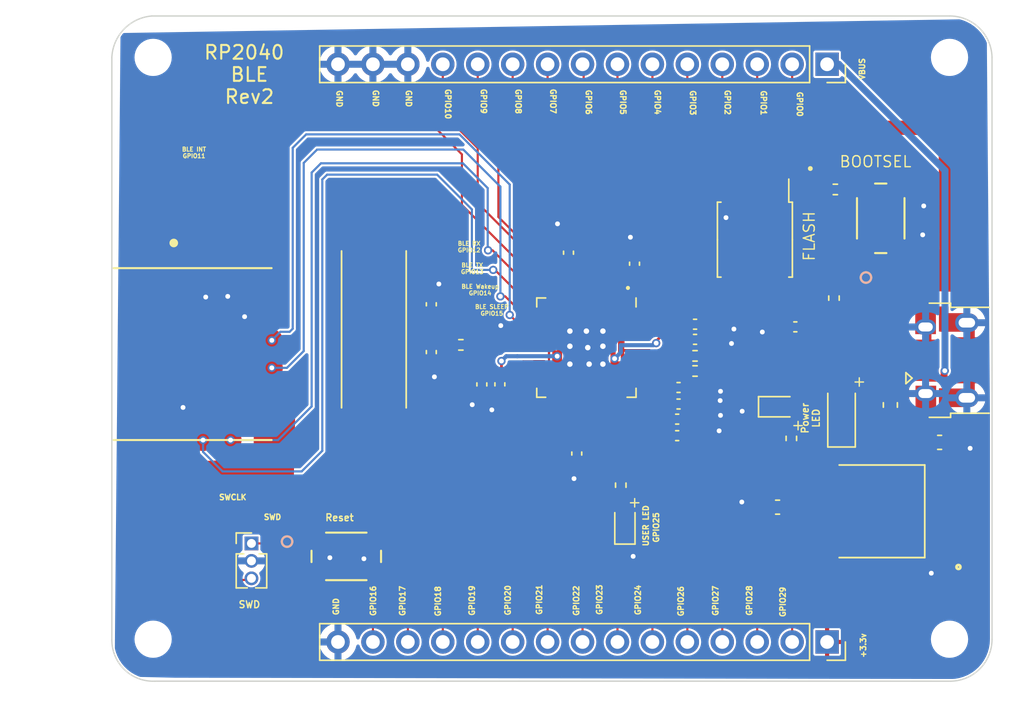
<source format=kicad_pcb>
(kicad_pcb (version 20211014) (generator pcbnew)
  (title_block (title "RP2040 BLE") (date "2022-09-08") (rev "v2") (comment 2 "https://creativecommons.org/licenses/by/4.0/") (comment 3 "License: CC BY 4.0") (comment 4 "Author: Kartik Malik"))
  (layers (0 "F.Cu" signal) (31 "B.Cu" power) (34 "B.Paste" user) (35 "F.Paste" user) (36 "B.SilkS" user "B.Silkscreen") (37 "F.SilkS" user "F.Silkscreen") (38 "B.Mask" user) (39 "F.Mask" user) (44 "Edge.Cuts" user))
  (net 0 "")
  (net 1 "+3.3V")
  (net 2 "GND")
  (net 3 "+1V1")
  (net 4 "/XIN")
  (net 5 "Net-(C13-Pad1)")
  (net 6 "Net-(C15-Pad1)")
  (net 7 "Net-(D1-Pad2)")
  (net 8 "Net-(D2-Pad2)")
  (net 9 "VBUS")
  (net 10 "/GPIO5")
  (net 11 "/GPIO6")
  (net 12 "/GPIO7")
  (net 13 "/GPIO8")
  (net 14 "/GPIO9")
  (net 15 "/GPIO10")
  (net 16 "/GPIO0")
  (net 17 "/GPIO1")
  (net 18 "/GPIO2")
  (net 19 "/GPIO3")
  (net 20 "/GPIO17")
  (net 21 "/GPIO18")
  (net 22 "/GPIO19")
  (net 23 "/GPIO20")
  (net 24 "/GPIO21")
  (net 25 "/GPIO22")
  (net 26 "/GPIO23")
  (net 27 "/GPIO24")
  (net 28 "/GPIO26")
  (net 29 "/GPIO27")
  (net 30 "/GPIO28")
  (net 31 "/GPIO29")
  (net 32 "/USB_D-")
  (net 33 "/USB_D+")
  (net 35 "/SWCLK")
  (net 36 "/SWD")
  (net 37 "/USB_CONN_D+")
  (net 38 "/USB_CONN_D-")
  (net 39 "/XOUT")
  (net 40 "/GPIO25")
  (net 41 "/QSPI_SS")
  (net 42 "/USB_BOOT")
  (net 43 "/RUN")
  (net 44 "/BLE_RX")
  (net 45 "/BLE_TX")
  (net 46 "/BLE_WAKEUP")
  (net 47 "/BLE_POWER_DOWN")
  (net 48 "/BLE_INT")
  (net 49 "/GPIO4")
  (net 50 "/QSPI_SD3")
  (net 51 "/QSPI_SCLK")
  (net 52 "/QSPI_SD0")
  (net 53 "/QSPI_SD2")
  (net 54 "/QSPI_SD1")
  (net 56 "/GPIO16")
  (net 57 "Net-(D3-Pad2)")
  (footprint "Capacitor_SMD:C_0402_1005Metric" (layer "F.Cu") (at 131.1 94.3)
    (fp_text reference "C2")
    (fp_text value "100n")
  )
  (footprint "Capacitor_SMD:C_0402_1005Metric" (layer "F.Cu") (at 132.4 87.4)
    (fp_text reference "C12")
    (fp_text value "100n")
  )
  (footprint "LED_SMD:LED_0603_1608Metric" (layer "F.Cu") (at 138.5 93.4)
    (fp_text reference "D2")
    (fp_text value "GREEN")
  )
  (footprint "Resistor_SMD:R_0402_1005Metric" (layer "F.Cu") (at 139.4 95.7 90)
    (fp_text reference "R7")
    (fp_text value "1k")
  )
  (footprint "Package_SO:SOIC-8_5.23x5.23mm_P1.27mm" (layer "F.Cu") (at 136.75 81.25 -90)
    (fp_text reference "U2")
    (fp_text value "W25Q128JVS")
  )
  (footprint "Package_DFN_QFN:QFN-56-1EP_7x7mm_P0.4mm_EP3.2x3.2mm" (layer "F.Cu") (at 124.5 89.1 -90)
    (fp_text reference "U1")
    (fp_text value "RP2040")
  )
  (footprint "MountingHole:MountingHole_2.2mm_M2" (layer "F.Cu") (at 93 110.3)
    (fp_text reference "H4")
    (fp_text value "MountingHole")
  )
  (footprint "MountingHole:MountingHole_2.2mm_M2" (layer "F.Cu") (at 93 68)
    (fp_text reference "H3")
    (fp_text value "MountingHole")
  )
  (footprint "Capacitor_SMD:C_0402_1005Metric" (layer "F.Cu") (at 132.4 88.5)
    (fp_text reference "C9")
    (fp_text value "100n")
  )
  (footprint "Connector_PinHeader_1.27mm:PinHeader_1x03_P1.27mm_Vertical" (layer "F.Cu") (at 100.15 103.335)
    (fp_text reference "J4")
    (fp_text value "Conn_01x03")
  )
  (footprint "Capacitor_SMD:C_0402_1005Metric" (layer "F.Cu") (at 118.21 91.77 -90)
    (fp_text reference "C11")
    (fp_text value "100n")
  )
  (footprint "Connector_PinSocket_2.54mm:PinSocket_1x15_P2.54mm_Vertical" (layer "F.Cu") (at 142 68.5 -90)
    (fp_text reference "J1")
    (fp_text value "Conn_01x15")
  )
  (footprint "MountingHole:MountingHole_2.2mm_M2" (layer "F.Cu") (at 150.9 68)
    (fp_text reference "H1")
    (fp_text value "MountingHole")
  )
  (footprint "Connector_PinSocket_2.54mm:PinSocket_1x15_P2.54mm_Vertical" (layer "F.Cu") (at 142 110.5 -90)
    (fp_text reference "J2")
    (fp_text value "Conn_01x15")
  )
  (footprint "Diode_SMD:D_SOD-123" (layer "F.Cu") (at 143.05 94.075 90)
    (fp_text reference "D3")
    (fp_text value "B5819W")
  )
  (footprint "PTS810:PTS810 SJK 250 SMTR LFS" (layer "F.Cu") (at 145.9 79.7 90)
    (fp_text reference "SW1")
    (fp_text value "PTS810_SJK_250_SMTR_LFS")
  )
  (footprint "Capacitor_SMD:C_0402_1005Metric" (layer "F.Cu") (at 123.2 82.2 90)
    (fp_text reference "C3")
    (fp_text value "100n")
  )
  (footprint "Fuse:Fuse_0603_1608Metric" (layer "F.Cu") (at 146.6 93.27 90)
    (fp_text reference "F1")
    (fp_text value "100mA")
  )
  (footprint "Capacitor_SMD:C_0402_1005Metric" (layer "F.Cu") (at 113.225 89.425 -90)
    (fp_text reference "C13")
    (fp_text value "27p")
  )
  (footprint "Connector_USB:USB_Micro-B_Amphenol_10103594-0001LF_Horizontal" (layer "F.Cu") (at 151.045 89.995 90)
    (fp_text reference "J3")
    (fp_text value "USB_B_Micro")
  )
  (footprint "Custom:MODULE_HM-BT4502" (layer "F.Cu") (at 93.13 89.5706 -90)
    (fp_text reference "U3")
    (fp_text value "HM-BT4502")
  )
  (footprint "Resistor_SMD:R_0402_1005Metric" (layer "F.Cu") (at 142.5 85.5 90)
    (fp_text reference "R8")
    (fp_text value "DNF")
  )
  (footprint "Capacitor_SMD:C_0402_1005Metric" (layer "F.Cu") (at 116.9 91.775 -90)
    (fp_text reference "C4")
    (fp_text value "100n")
  )
  (footprint "LED_SMD:LED_0603_1608Metric" (layer "F.Cu") (at 127.3 101.9 90)
    (fp_text reference "D1")
    (fp_text value "BLUE")
  )
  (footprint "Resistor_SMD:R_0402_1005Metric" (layer "F.Cu") (at 142.6 77.6)
    (fp_text reference "R6")
    (fp_text value "1k")
  )
  (footprint "Capacitor_SMD:C_0402_1005Metric" (layer "F.Cu") (at 123.8 96.8 -90)
    (fp_text reference "C6")
    (fp_text value "100n")
  )
  (footprint "Capacitor_SMD:C_0603_1608Metric" (layer "F.Cu") (at 138.4 100.7 180)
    (fp_text reference "C16")
    (fp_text value "10u")
  )
  (footprint "Resistor_SMD:R_0402_1005Metric" (layer "F.Cu") (at 132.4 90.8 180)
    (fp_text reference "R2")
    (fp_text value "27.4")
  )
  (footprint "ABLS-12:XTAL_ABLS-12.000MHZ-B4-T" (layer "F.Cu") (at 109.05 87.775 -90)
    (fp_text reference "Y1")
    (fp_text value "ABLS-12.000MHZ-B4-T")
  )
  (footprint "Capacitor_SMD:C_0402_1005Metric" (layer "F.Cu") (at 128 83 90)
    (fp_text reference "C1")
    (fp_text value "100n")
  )
  (footprint "Resistor_SMD:R_0402_1005Metric" (layer "F.Cu") (at 127 99.1 -90)
    (fp_text reference "R5")
    (fp_text value "1k")
  )
  (footprint "Capacitor_SMD:C_0402_1005Metric" (layer "F.Cu") (at 131.2 92)
    (fp_text reference "C8")
    (fp_text value "1u")
  )
  (footprint "Capacitor_SMD:C_0402_1005Metric" (layer "F.Cu") (at 139.69 87.59 180)
    (fp_text reference "C14")
    (fp_text value "100n")
  )
  (footprint "Resistor_SMD:R_0402_1005Metric" (layer "F.Cu") (at 115.375 88.9 180)
    (fp_text reference "R4")
    (fp_text value "1k")
  )
  (footprint "Capacitor_SMD:C_0402_1005Metric" (layer "F.Cu") (at 113.225 85.95 90)
    (fp_text reference "C10")
    (fp_text value "27p")
  )
  (footprint "Resistor_SMD:R_0402_1005Metric" (layer "F.Cu") (at 132.4 89.7 180)
    (fp_text reference "R1")
    (fp_text value "27.4")
  )
  (footprint "NCP1117DT33G:VREG_NCP1117DT33G" (layer "F.Cu") (at 147.6 101 90)
    (fp_text reference "U4")
    (fp_text value "NCP1117DT33G")
  )
  (footprint "Capacitor_SMD:C_0402_1005Metric" (layer "F.Cu") (at 131.2 93.2)
    (fp_text reference "C5")
    (fp_text value "1u")
  )
  (footprint "Capacitor_SMD:C_0603_1608Metric" (layer "F.Cu") (at 150.18 95.99)
    (fp_text reference "C15")
    (fp_text value "10u")
  )
  (footprint "MountingHole:MountingHole_2.2mm_M2" (layer "F.Cu") (at 150.9 110.3)
    (fp_text reference "H2")
    (fp_text value "MountingHole")
  )
  (footprint "Capacitor_SMD:C_0402_1005Metric" (layer "F.Cu") (at 131.1 95.5)
    (fp_text reference "C7")
    (fp_text value "100n")
  )
  (footprint "PTS810:PTS810 SJK 250 SMTR LFS" (layer "F.Cu") (at 107.0433 104.2784)
    (fp_text reference "SW2")
    (fp_text value "PTS810_SJK_250_SMTR_LFS")
  )
  (gr_circle (center 127.52 84.76) (end 127.52 84.76) (layer "F.SilkS") (width 0.15) (fill none))
  (gr_circle (center 140.78 76.08) (end 140.88 76.08) (layer "F.SilkS") (width 0.15) (fill solid))
  (gr_arc (start 93.12 113.35) (mid 90.911702 112.509764) (end 90 110.33) (layer "Edge.Cuts") (width 0.1))
  (gr_arc (start 150.91 64.99) (mid 153.062628 65.861035) (end 153.99 67.99) (layer "Edge.Cuts") (width 0.1))
  (gr_line (start 90 68) (end 90 110.33) (layer "Edge.Cuts") (width 0.1))
  (gr_line (start 93.12 113.35) (end 150.99 113.35) (layer "Edge.Cuts") (width 0.1))
  (gr_arc (start 90 68) (mid 90.882469 65.94821) (end 92.9 64.99) (layer "Edge.Cuts") (width 0.1))
  (gr_arc (start 153.99 110.31) (mid 153.113709 112.445469) (end 150.99 113.35) (layer "Edge.Cuts") (width 0.1))
  (gr_line (start 153.99 67.99) (end 153.99 110.31) (layer "Edge.Cuts") (width 0.1))
  (gr_line (start 92.9 64.99) (end 150.91 64.99) (layer "Edge.Cuts") (width 0.1))
  (gr_text "GPIO22" (at 123.77 107.5 90) (layer "F.SilkS") (effects (font (size 0.4 0.4) (thickness 0.1))))
  (gr_text "BLE Wakeup\nGPIO14" (at 116.775 84.9) (layer "F.SilkS") (effects (font (size 0.3 0.3) (thickness 0.07))))
  (gr_text "GPIO4" (at 129.67 71.26 270) (layer "F.SilkS") (effects (font (size 0.4 0.4) (thickness 0.1))))
  (gr_text "USER LED" (at 128.825 102.05 90) (layer "F.SilkS") (effects (font (size 0.4 0.4) (thickness 0.1))))
  (gr_text "GPIO1" (at 137.38 71.31 270) (layer "F.SilkS") (effects (font (size 0.4 0.4) (thickness 0.1))))
  (gr_text "GND" (at 109.18 70.98 270) (layer "F.SilkS") (effects (font (size 0.4 0.4) (thickness 0.1))))
  (gr_text "GPIO24" (at 128.25 107.45 90) (layer "F.SilkS") (effects (font (size 0.4 0.4) (thickness 0.1))))
  (gr_text "GND" (at 106.3 107.93 90) (layer "F.SilkS") (effects (font (size 0.4 0.4) (thickness 0.1))))
  (gr_text "GPIO6" (at 124.66 71.26 270) (layer "F.SilkS") (effects (font (size 0.4 0.4) (thickness 0.1))))
  (gr_text "GPIO9" (at 117.03 71.19 270) (layer "F.SilkS") (effects (font (size 0.4 0.4) (thickness 0.1))))
  (gr_text "Reset" (at 106.55 101.46) (layer "F.SilkS") (effects (font (size 0.5 0.5) (thickness 0.1))))
  (gr_text "Power\nLED" (at 140.8 94.23 90) (layer "F.SilkS") (effects (font (size 0.5 0.5) (thickness 0.1))))
  (gr_text "GPIO20" (at 118.79 107.47 90) (layer "F.SilkS") (effects (font (size 0.4 0.4) (thickness 0.1))))
  (gr_text "GPIO27" (at 133.89 107.5 90) (layer "F.SilkS") (effects (font (size 0.4 0.4) (thickness 0.1))))
  (gr_text "+3.3v" (at 144.63 110.76 90) (layer "F.SilkS") (effects (font (size 0.4 0.4) (thickness 0.1))))
  (gr_text "GPIO10" (at 114.44 71.39 270) (layer "F.SilkS") (effects (font (size 0.4 0.4) (thickness 0.1))))
  (gr_text "BLE SLEEP\nGPIO15" (at 117.625 86.375) (layer "F.SilkS") (effects (font (size 0.3 0.3) (thickness 0.07))))
  (gr_text "SWD" (at 101.68 101.42) (layer "F.SilkS") (effects (font (size 0.4 0.4) (thickness 0.1))))
  (gr_text "GPIO28" (at 136.35 107.49 90) (layer "F.SilkS") (effects (font (size 0.4 0.4) (thickness 0.1))))
  (gr_text "GND" (at 111.58 70.99 270) (layer "F.SilkS") (effects (font (size 0.4 0.4) (thickness 0.1))))
  (gr_text "GPIO19" (at 116.18 107.49 90) (layer "F.SilkS") (effects (font (size 0.4 0.4) (thickness 0.1))))
  (gr_text "GPIO2" (at 134.76 71.27 270) (layer "F.SilkS") (effects (font (size 0.4 0.4) (thickness 0.1))))
  (gr_text "BLE INT\nGPIO11" (at 95.975 74.925) (layer "F.SilkS") (effects (font (size 0.3 0.3) (thickness 0.075))))
  (gr_text "GPIO17" (at 111.13 107.51 90) (layer "F.SilkS") (effects (font (size 0.4 0.4) (thickness 0.1))))
  (gr_text "BLE TX\nGPIO13" (at 116.2 83.35) (layer "F.SilkS") (effects (font (size 0.3 0.3) (thickness 0.07))))
  (gr_text "+" (at 128.01 100.32) (layer "F.SilkS") (effects (font (size 0.8 0.8) (thickness 0.1))))
  (gr_text "SWD" (at 100 107.78) (layer "F.SilkS") (effects (font (size 0.5 0.5) (thickness 0.1))))
  (gr_text "GPIO21" (at 121.075 107.425 90) (layer "F.SilkS") (effects (font (size 0.4 0.4) (thickness 0.1))))
  (gr_text "GPIO25" (at 129.575 102.175 90) (layer "F.SilkS") (effects (font (size 0.4 0.4) (thickness 0.1))))
  (gr_text "GPIO23" (at 125.45 107.43 90) (layer "F.SilkS") (effects (font (size 0.4 0.4) (thickness 0.1))))
  (gr_text "GPIO8" (at 119.55 71.2 270) (layer "F.SilkS") (effects (font (size 0.4 0.4) (thickness 0.1))))
  (gr_text "GPIO18" (at 113.71 107.54 90) (layer "F.SilkS") (effects (font (size 0.4 0.4) (thickness 0.1))))
  (gr_text "GPIO3" (at 132.24 71.3 270) (layer "F.SilkS") (effects (font (size 0.4 0.4) (thickness 0.1))))
  (gr_text "+" (at 139.89 94.71) (layer "F.SilkS") (effects (font (size 0.8 0.8) (thickness 0.1))))
  (gr_text "BOOTSEL" (at 145.52 75.58) (layer "F.SilkS") (effects (font (size 0.8 0.8) (thickness 0.1))))
  (gr_text "RP2040 \nBLE\nRev2" (at 100 69.25) (layer "F.SilkS") (effects (font (size 1 1))))
  (gr_text "GND" (at 106.54 71.01 270) (layer "F.SilkS") (effects (font (size 0.4 0.4) (thickness 0.1))))
  (gr_text "GPIO16" (at 109 107.51 90) (layer "F.SilkS") (effects (font (size 0.4 0.4) (thickness 0.1))))
  (gr_text "GPIO26" (at 131.37 107.54 90) (layer "F.SilkS") (effects (font (size 0.4 0.4) (thickness 0.1))))
  (gr_text "GPIO29" (at 138.78 107.59 90) (layer "F.SilkS") (effects (font (size 0.4 0.4) (thickness 0.1))))
  (gr_text "+" (at 144.34 91.54) (layer "F.SilkS") (effects (font (size 0.8 0.8) (thickness 0.1))))
  (gr_text "SWCLK\n" (at 98.79 99.98) (layer "F.SilkS") (effects (font (size 0.4 0.4) (thickness 0.1))))
  (gr_text "FLASH" (at 140.7 81 90) (layer "F.SilkS") (effects (font (size 0.8 0.8) (thickness 0.1))))
  (gr_text "VBUS" (at 144.55 68.84 90) (layer "F.SilkS") (effects (font (size 0.4 0.4) (thickness 0.1))))
  (gr_text "GPIO5" (at 127.16 71.26 270) (layer "F.SilkS") (effects (font (size 0.4 0.4) (thickness 0.1))))
  (gr_text "BLE RX\nGPIO12" (at 115.975 81.775) (layer "F.SilkS") (effects (font (size 0.3 0.3) (thickness 0.07))))
  (gr_text "GPIO0\n" (at 140.01 71.4 270) (layer "F.SilkS") (effects (font (size 0.4 0.4) (thickness 0.1))))
  (gr_text "GPIO7" (at 122.08 71.19 270) (layer "F.SilkS") (effects (font (size 0.4 0.4) (thickness 0.1))))
  (segment (start 127.9375 91.3) (end 128.7 91.3) (width 0.2) (layer "F.Cu") (net 1))
  (segment (start 127.3 91.7) (end 127.07 91.7) (width 0.2) (layer "F.Cu") (net 1))
  (segment (start 123.5 92.5375) (end 123.5 91.75) (width 0.2) (layer "F.Cu") (net 1))
  (segment (start 129.075 89.3) (end 129.3 89.525) (width 0.2) (layer "F.Cu") (net 1))
  (segment (start 127.9375 89.3) (end 129.075 89.3) (width 0.2) (layer "F.Cu") (net 1))
  (segment (start 127.1 92.5375) (end 127.5375 92.5375) (width 0.2) (layer "F.Cu") (net 1))
  (segment (start 129.3 89.525) (end 129.3 89.7) (width 0.2) (layer "F.Cu") (net 1))
  (segment (start 128.1 93.1) (end 128.1 94.22) (width 0.2) (layer "F.Cu") (net 1))
  (segment (start 121.825 89.15) (end 121.825 89.075) (width 0.2) (layer "F.Cu") (net 1))
  (segment (start 127.08 89.3) (end 127.02 89.24) (width 0.2) (layer "F.Cu") (net 1))
  (segment (start 121.675 89.3) (end 121.825 89.15) (width 0.2) (layer "F.Cu") (net 1))
  (segment (start 127.5375 92.5375) (end 128.1 93.1) (width 0.2) (layer "F.Cu") (net 1))
  (segment (start 123.5 91.75) (end 123.325 91.575) (width 0.2) (layer "F.Cu") (net 1))
  (segment (start 127.9375 91.3) (end 126.91 91.3) (width 0.2) (layer "F.Cu") (net 1))
  (segment (start 130.54 94.22) (end 130.62 94.3) (width 0.2) (layer "F.Cu") (net 1))
  (segment (start 128.72 94.22) (end 130 95.5) (width 0.2) (layer "F.Cu") (net 1))
  (segment (start 127.51 83.48) (end 128 83.48) (width 0.2) (layer "F.Cu") (net 1))
  (segment (start 129.5 93.5) (end 129.5 94.22) (width 0.2) (layer "F.Cu") (net 1))
  (segment (start 123.5 85.6625) (end 123.5 82.98) (width 0.2) (layer "F.Cu") (net 1))
  (segment (start 126.91 91.3) (end 126.75 91.46) (width 0.2) (layer "F.Cu") (net 1))
  (segment (start 127.9375 91.9375) (end 129.5 93.5) (width 0.2) (layer "F.Cu") (net 1))
  (segment (start 127.9375 89.3) (end 127.15 89.3) (width 0.2) (layer "F.Cu") (net 1))
  (segment (start 123.5 82.98) (end 123.2 82.68) (width 0.2) (layer "F.Cu") (net 1))
  (segment (start 128.1 94.22) (end 128.72 94.22) (width 0.2) (layer "F.Cu") (net 1))
  (segment (start 121.0625 89.3) (end 117.6 89.3) (width 0.2) (layer "F.Cu") (net 1))
  (segment (start 123.5 96.02) (end 123.8 96.32) (width 0.2) (layer "F.Cu") (net 1))
  (segment (start 127.1 85.6625) (end 127.1 86.5) (width 0.2) (layer "F.Cu") (net 1))
  (segment (start 129.3 89.7) (end 129.825 89.7) (width 0.2) (layer "F.Cu") (net 1))
  (segment (start 127.9375 91.7) (end 127.3 91.7) (width 0.2) (layer "F.Cu") (net 1))
  (segment (start 127.9375 89.7) (end 127.225 89.7) (width 0.2) (layer "F.Cu") (net 1))
  (segment (start 127.15 89.3) (end 127.08 89.3) (width 0.2) (layer "F.Cu") (net 1))
  (segment (start 127.1 83.89) (end 127.51 83.48) (width 0.2) (layer "F.Cu") (net 1))
  (segment (start 128.7 91.3) (end 130.6 93.2) (width 0.2) (layer "F.Cu") (net 1))
  (segment (start 130.6 93.2) (end 130.72 93.2) (width 0.2) (layer "F.Cu") (net 1))
  (segment (start 116.9 90) (end 116.9 91.295) (width 0.2) (layer "F.Cu") (net 1))
  (segment (start 123.5 85.6625) (end 123.5 86.5) (width 0.2) (layer "F.Cu") (net 1))
  (segment (start 131.025 88.5) (end 131.92 88.5) (width 0.2) (layer "F.Cu") (net 1))
  (segment (start 129.5 94.22) (end 130.54 94.22) (width 0.2) (layer "F.Cu") (net 1))
  (segment (start 127.9375 91.7) (end 127.9375 91.9375) (width 0.2) (layer "F.Cu") (net 1))
  (segment (start 123.5 92.5375) (end 123.5 96.02) (width 0.2) (layer "F.Cu") (net 1))
  (segment (start 130 95.5) (end 130.62 95.5) (width 0.2) (layer "F.Cu") (net 1))
  (segment (start 129.825 89.7) (end 131.025 88.5) (width 0.2) (layer "F.Cu") (net 1))
  (segment (start 121.0625 89.3) (end 121.675 89.3) (width 0.2) (layer "F.Cu") (net 1))
  (segment (start 127.07 91.7) (end 127.06 91.71) (width 0.2) (layer "F.Cu") (net 1))
  (segment (start 127.1 85.6625) (end 127.1 83.89) (width 0.2) (layer "F.Cu") (net 1))
  (segment (start 117.6 89.3) (end 116.9 90) (width 0.2) (layer "F.Cu") (net 1))
  (segment (start 127.9375 89.7) (end 129.3 89.7) (width 0.2) (layer "F.Cu") (net 1))
  (segment (start 127.225 89.7) (end 127.15 89.625) (width 0.2) (layer "F.Cu") (net 1))
  (segment (start 98.63 83.3206) (end 98.63 84.47) (width 0.5) (layer "F.Cu") (net 2))
  (segment (start 148.45 77.675) (end 149.025 78.25) (width 0.5) (layer "F.Cu") (net 2))
  (segment (start 123.2 81.72) (end 123.2 80.9) (width 0.5) (layer "F.Cu") (net 2))
  (segment (start 127.3 103.4) (end 127.3 103.675) (width 0.5) (layer "F.Cu") (net 2))
  (segment (start 134.845 77.65) (end 134.845 79.455) (width 0.5) (layer "F.Cu") (net 2))
  (segment (start 116.9 92.55) (end 116.2 93.25) (width 0.5) (layer "F.Cu") (net 2))
  (segment (start 118.875 88.1) (end 121.0625 88.1) (width 0.2) (layer "F.Cu") (net 2))
  (segment (start 109.1183 105.353399) (end 109.1183 104.6433) (width 0.5) (layer "F.Cu") (net 2))
  (segment (start 137.54 87.715) (end 137.29 87.965) (width 0.5) (layer "F.Cu") (net 2))
  (segment (start 134.15 95.15) (end 133.8 95.5) (width 0.5) (layer "F.Cu") (net 2))
  (segment (start 94.63 93.92) (end 95.1 93.45) (width 0.5) (layer "F.Cu") (net 2))
  (segment (start 118.2 93.05) (end 117.625 93.625) (width 0.5) (layer "F.Cu") (net 2))
  (segment (start 104.9683 105.353399) (end 104.9683 104.6817) (width 0.5) (layer "F.Cu") (net 2))
  (segment (start 127.3 102.6875) (end 127.3 103.4) (width 0.5) (layer "F.Cu") (net 2))
  (segment (start 136.15 93.4) (end 137.7125 93.4) (width 0.5) (layer "F.Cu") (net 2))
  (segment (start 134.875 87.4) (end 135.225 87.75) (width 0.5) (layer "F.Cu") (net 2))
  (segment (start 98.63 85.17) (end 98.425 85.375) (width 0.5) (layer "F.Cu") (net 2))
  (segment (start 134.3 87.4) (end 134.875 87.4) (width 0.5) (layer "F.Cu") (net 2))
  (segment (start 132.88 87.4) (end 134.3 87.4) (width 0.5) (layer "F.Cu") (net 2))
  (segment (start 136.5 100.7) (end 136.175 100.7) (width 0.5) (layer "F.Cu") (net 2))
  (segment (start 133.8 95.5) (end 131.58 95.5) (width 0.5) (layer "F.Cu") (net 2))
  (segment (start 95.1 93.45) (end 95.175 93.45) (width 0.5) (layer "F.Cu") (net 2))
  (segment (start 151.68 104.098) (end 150.278 105.5) (width 0.5) (layer "F.Cu") (net 2))
  (segment (start 134.225 92.95) (end 133.975 93.2) (width 0.5) (layer "F.Cu") (net 2))
  (segment (start 96.63 85.23) (end 96.63 83.3206) (width 0.5) (layer "F.Cu") (net 2))
  (segment (start 134.2 88.5) (end 134.75 88.5) (width 0.5) (layer "F.Cu") (net 2))
  (segment (start 152.485 87.565) (end 152.215 87.295) (width 0.5) (layer "F.Cu") (net 2))
  (segment (start 134.25 94.025) (end 133.975 94.3) (width 0.5) (layer "F.Cu") (net 2))
  (segment (start 133.975 93.2) (end 131.68 93.2) (width 0.5) (layer "F.Cu") (net 2))
  (segment (start 113.225 85.025) (end 113.775 84.475) (width 0.5) (layer "F.Cu") (net 2))
  (segment (start 104.9683 104.6817) (end 105.225 104.425) (width 0.5) (layer "F.Cu") (net 2))
  (segment (start 118.275 87.5) (end 118.875 88.1) (width 0.2) (layer "F.Cu") (net 2))
  (segment (start 150.278 105.5) (end 149.575 105.5) (width 0.5) (layer "F.Cu") (net 2))
  (segment (start 128 81.375) (end 127.7 81.075) (width 0.5) (layer "F.Cu") (net 2))
  (segment (start 148.95 80.9) (end 148.95 81.3) (width 0.5) (layer "F.Cu") (net 2))
  (segment (start 134.25 92.275) (end 133.975 92) (width 0.5) (layer "F.Cu") (net 2))
  (segment (start 123.8 98.1) (end 123.8 98.425) (width 0.5) (layer "F.Cu") (net 2))
  (segment (start 151.97 95.99) (end 152.4 96.42) (width 0.5) (layer "F.Cu") (net 2))
  (segment (start 123.2 80.9) (end 123.2 80.575) (width 0.5) (layer "F.Cu") (net 2))
  (segment (start 146.974999 77.625) (end 148.4 77.625) (width 0.5) (layer "F.Cu") (net 2))
  (segment (start 116.9 92.255) (end 116.9 92.55) (width 0.5) (layer "F.Cu") (net 2))
  (segment (start 105.225 104.425) (end 105.275 104.375) (width 0.5) (layer "F.Cu") (net 2))
  (segment (start 128 82.52) (end 128 81.5) (width 0.5) (layer "F.Cu") (net 2))
  (segment (start 123.8 97.28) (end 123.8 98.1) (width 0.5) (layer "F.Cu") (net 2))
  (segment (start 127.3 103.675) (end 127.9 104.275) (width 0.5) (layer "F.Cu") (net 2))
  (segment (start 151.68 103.285) (end 151.68 104.098) (width 0.5) (layer "F.Cu") (net 2))
  (segment (start 152.485 92.485) (end 152.215 92.755) (width 0.5) (layer "F.Cu") (net 2))
  (segment (start 148.475 81.775) (end 146.974999 81.775) (width 0.5) (layer "F.Cu") (net 2))
  (segment (start 152.485 90.985) (end 152.485 92.485) (width 0.5) (layer "F.Cu") (net 2))
  (segment (start 96.825 85.425) (end 96.63 85.23) (width 0.5) (layer "F.Cu") (net 2))
  (segment (start 133.975 92) (end 131.68 92) (width 0.5) (layer "F.Cu") (net 2))
  (segment (start 118.2 92.26) (end 118.2 93.05) (width 0.5) (layer "F.Cu") (net 2))
  (segment (start 99.9294 86.5706) (end 101.63 86.5706) (width 0.5) (layer "F.Cu") (net 2))
  (segment (start 149.335 88.725) (end 149.335 87.725) (width 0.5) (layer "F.Cu") (net 2))
  (segment (start 134.845 79.455) (end 134.65 79.65) (width 0.5) (layer "F.Cu") (net 2))
  (segment (start 152.485 89.065) (end 152.485 87.565) (width 0.5) (layer "F.Cu") (net 2))
  (segment (start 123.1 88.1) (end 123.3 87.9) (width 0.2) (layer "F.Cu") (net 2))
  (segment (start 137.625 100.7) (end 136.5 100.7) (width 0.5) (layer "F.Cu") (net 2))
  (segment (start 99.65 86.85) (end 99.9294 86.5706) (width 0.5) (layer "F.Cu") (net 2))
  (segment (start 109.1183 104.6433) (end 108.925 104.45) (width 0.5) (layer "F.Cu") (net 2))
  (segment (start 128 81.5) (end 128 81.375) (width 0.5) (layer "F.Cu") (net 2))
  (segment (start 136.175 100.7) (end 135.8 100.325) (width 0.5) (layer "F.Cu") (net 2))
  (segment (start 122.725 80.1) (end 122.4 80.1) (width 0.5) (layer "F.Cu") (net 2))
  (segment (start 149.335 87.725) (end 149.215 87.605) (width 0.5) (layer "F.Cu") (net 2))
  (segment (start 150.955 95.99) (end 151.97 95.99) (width 0.5) (layer "F.Cu") (net 2))
  (segment (start 113.225 85.47) (end 113.225 85.025) (width 0.5) (layer "F.Cu") (net 2))
  (segment (start 148.95 81.3) (end 148.475 81.775) (width 0.5) (layer "F.Cu") (net 2))
  (segment (start 137.665 87.59) (end 137.54 87.715) (width 0.5) (layer "F.Cu") (net 2))
  (segment (start 132.88 88.5) (end 134.2 88.5) (width 0.5) (layer "F.Cu") (net 2))
  (segment (start 135.825 93.725) (end 136.15 93.4) (width 0.5) (layer "F.Cu") (net 2))
  (segment (start 105.275 104.375) (end 105.85 104.375) (width 0.5) (layer "F.Cu") (net 2))
  (segment (start 149.025 78.25) (end 149.025 78.8) (width 0.5) (layer "F.Cu") (net 2))
  (segment (start 138.19 87.59) (end 137.665 87.59) (width 0.5) (layer "F.Cu") (net 2))
  (segment (start 123.2 80.575) (end 122.725 80.1) (width 0.5) (layer "F.Cu") (net 2))
  (segment (start 134.75 88.5) (end 135.05 88.8) (width 0.5) (layer "F.Cu") (net 2))
  (segment (start 94.63 95.8206) (end 94.63 93.92) (width 0.5) (layer "F.Cu") (net 2))
  (segment (start 113.225 91) (end 113.45 91.225) (width 0.5) (layer "F.Cu") (net 2))
  (segment (start 139.21 87.59) (end 138.19 87.59) (width 0.5) (layer "F.Cu") (net 2))
  (segment (start 108.925 104.45) (end 108.325 104.45) (width 0.5) (layer "F.Cu") (net 2))
  (segment (start 123.8 98.425) (end 123.6 98.625) (width 0.5) (layer "F.Cu") (net 2))
  (segment (start 98.63 84.47) (end 98.63 85.17) (width 0.5) (layer "F.Cu") (net 2))
  (segment (start 113.225 89.905) (end 113.225 91) (width 0.5) (layer "F.Cu") (net 2))
  (segment (start 148.4 77.625) (end 148.45 77.675) (width 0.5) (layer "F.Cu") (net 2))
  (segment (start 133.975 94.3) (end 131.58 94.3) (width 0.5) (layer "F.Cu") (net 2))
  (via (at 149.025 78.8) (size 0.6) (drill 0.35) (layers "F.Cu" "B.Cu") (net 2))
  (via (at 105.85 104.375) (size 0.6) (drill 0.35) (layers "F.Cu" "B.Cu") (net 2))
  (via (at 125.7 87.9) (size 0.8) (drill 0.4) (layers "F.Cu" "B.Cu") (net 2))
  (via (at 122.4 80.1) (size 0.6) (drill 0.35) (layers "F.Cu" "B.Cu") (net 2))
  (via (at 135.225 87.75) (size 0.6) (drill 0.35) (layers "F.Cu" "B.Cu") (net 2))
  (via (at 124.7 90.3) (size 0.8) (drill 0.4) (layers "F.Cu" "B.Cu") (net 2))
  (via (at 124.5 87.9) (size 0.8) (drill 0.4) (layers "F.Cu" "B.Cu") (net 2))
  (via (at 99.65 86.85) (size 0.6) (drill 0.35) (layers "F.Cu" "B.Cu") (net 2))
  (via (at 123.3 87.9) (size 0.8) (drill 0.4) (layers "F.Cu" "B.Cu") (net 2))
  (via (at 116.2 93.25) (size 0.6) (drill 0.35) (layers "F.Cu" "B.Cu") (net 2))
  (via (at 134.25 94.025) (size 0.6) (drill 0.35) (layers "F.Cu" "B.Cu") (net 2))
  (via (at 95.175 93.45) (size 0.6) (drill 0.35) (layers "F.Cu" "B.Cu") (net 2))
  (via (at 125.7 89) (size 0.8) (drill 0.4) (layers "F.Cu" "B.Cu") (net 2))
  (via (at 125.7 90.3) (size 0.8) (drill 0.4) (layers "F.Cu" "B.Cu") (net 2))
  (via (at 117.625 93.625) (size 0.6) (drill 0.35) (layers "F.Cu" "B.Cu") (net 2))
  (via (at 152.4 96.42) (size 0.6) (drill 0.35) (layers "F.Cu" "B.Cu") (net 2))
  (via (at 108.325 104.45) (size 0.6) (drill 0.35) (layers "F.Cu" "B.Cu") (net 2))
  (via (at 98.425 85.375) (size 0.6) (drill 0.35) (layers "F.Cu" "B.Cu") (net 2))
  (via (at 148.95 80.9) (size 0.6) (drill 0.35) (layers "F.Cu" "B.Cu") (net 2))
  (via (at 96.825 85.425) (size 0.6) (drill 0.35) (layers "F.Cu" "B.Cu") (net 2))
  (via (at 135.05 88.8) (size 0.6) (drill 0.35) (layers "F.Cu" "B.Cu") (net 2))
  (via (at 123.3 90.3) (size 0.8) (drill 0.4) (layers "F.Cu" "B.Cu") (net 2))
  (via (at 127.9 104.275) (size 0.6) (drill 0.35) (layers "F.Cu" "B.Cu") (net 2))
  (via (at 134.225 92.95) (size 0.6) (drill 0.35) (layers "F.Cu" "B.Cu") (net 2))
  (via (at 123.3 89) (size 0.8) (drill 0.4) (layers "F.Cu" "B.Cu") (net 2))
  (via (at 149.575 105.5) (size 0.6) (drill 0.35) (layers "F.Cu" "B.Cu") (net 2))
  (via (at 127.7 81.075) (size 0.6) (drill 0.35) (layers "F.Cu" "B.Cu") (net 2))
  (via (at 135.8 100.325) (size 0.6) (drill 0.35) (layers "F.Cu" "B.Cu") (net 2))
  (via (at 134.65 79.65) (size 0.6) (drill 0.35) (layers "F.Cu" "B.Cu") (net 2))
  (via (at 113.45 91.225) (size 0.6) (drill 0.35) (layers "F.Cu" "B.Cu") (net 2))
  (via (at 124.6 89.1) (size 0.8) (drill 0.4) (layers "F.Cu" "B.Cu") (net 2))
  (via (at 118.275 87.5) (size 0.6) (drill 0.35) (layers "F.Cu" "B.Cu") (net 2))
  (via (at 134.25 92.275) (size 0.6) (drill 0.35) (layers "F.Cu" "B.Cu") (net 2))
  (via (at 123.6 98.625) (size 0.6) (drill 0.35) (layers "F.Cu" "B.Cu") (net 2))
  (via (at 137.29 87.965) (size 0.6) (drill 0.35) (layers "F.Cu" "B.Cu") (net 2))
  (via (at 135.825 93.725) (size 0.6) (drill 0.35) (layers "F.Cu" "B.Cu") (net 2))
  (via (at 113.775 84.475) (size 0.6) (drill 0.35) (layers "F.Cu" "B.Cu") (net 2))
  (via (at 134.15 95.15) (size 0.6) (drill 0.35) (layers "F.Cu" "B.Cu") (net 2))
  (segment (start 129.447112 88.9) (end 127.9375 88.9) (width 0.2) (layer "F.Cu") (net 3))
  (segment (start 129.573556 88.773556) (end 129.447112 88.9) (width 0.2) (layer "F.Cu") (net 3))
  (segment (start 122.575 89.525) (end 122.375 89.725) (width 0.154) (layer "F.Cu") (net 3))
  (segment (start 118.325 91.175) (end 118.2 91.3) (width 0.2) (layer "F.Cu") (net 3))
  (segment (start 129.573556 88.773556) (end 129.573556 88.626444) (width 0.2) (layer "F.Cu") (net 3))
  (segment (start 130.8 87.4) (end 131.92 87.4) (width 0.2) (layer "F.Cu") (net 3))
  (segment (start 118.325 90.075) (end 118.7 89.7) (width 0.2) (layer "F.Cu") (net 3))
  (segment (start 129.573556 88.626444) (end 130.8 87.4) (width 0.2) (layer "F.Cu") (net 3))
  (segment (start 127.9375 90.9) (end 127.1 90.9) (width 0.2) (layer "F.Cu") (net 3))
  (segment (start 126.4 89.425) (end 126.4 89.750498) (width 0.2) (layer "F.Cu") (net 3))
  (segment (start 129.034314 90.9) (end 130.134314 92) (width 0.2) (layer "F.Cu") (net 3))
  (segment (start 118.7 89.7) (end 121.0625 89.7) (width 0.2) (layer "F.Cu") (net 3))
  (segment (start 127.9375 90.9) (end 129.034314 90.9) (width 0.2) (layer "F.Cu") (net 3))
  (segment (start 118.325 90.075) (end 118.325 91.175) (width 0.2) (layer "F.Cu") (net 3))
  (segment (start 122.575 89.225) (end 122.575 89.525) (width 0.154) (layer "F.Cu") (net 3))
  (segment (start 126.4 89.750498) (end 126.549502 89.9) (width 0.2) (layer "F.Cu") (net 3))
  (segment (start 130.134314 92) (end 130.72 92) (width 0.2) (layer "F.Cu") (net 3))
  (via (at 122.375 89.725) (size 0.6) (drill 0.35) (layers "F.Cu" "B.Cu") (net 3))
  (via (at 118.325 90.075) (size 0.6) (drill 0.35) (layers "F.Cu" "B.Cu") (net 3))
  (via (at 126.549502 89.9) (size 0.6) (drill 0.35) (layers "F.Cu" "B.Cu") (net 3))
  (via (at 129.573556 88.773556) (size 0.6) (drill 0.35) (layers "F.Cu" "B.Cu") (net 3))
  (segment (start 119.475 89.725) (end 118.675 89.725) (width 0.3) (layer "B.Cu") (net 3))
  (segment (start 129.553555 88.773556) (end 129.573556 88.773556) (width 0.2) (layer "B.Cu") (net 3))
  (segment (start 126.549502 89.9) (end 127 89.449502) (width 0.3) (layer "B.Cu") (net 3))
  (segment (start 122.375 89.725) (end 119.475 89.725) (width 0.3) (layer "B.Cu") (net 3))
  (segment (start 118.675 89.725) (end 118.325 90.075) (width 0.3) (layer "B.Cu") (net 3))
  (segment (start 127 89.449502) (end 127 88.925) (width 0.3) (layer "B.Cu") (net 3))
  (segment (start 129.402111 88.925) (end 129.553555 88.773556) (width 0.2) (layer "B.Cu") (net 3))
  (segment (start 127 88.925) (end 129.402111 88.925) (width 0.3) (layer "B.Cu") (net 3))
  (segment (start 115.805 86.43) (end 113.225 86.43) (width 0.154) (layer "F.Cu") (net 4))
  (segment (start 112.155 87.5) (end 109.8 87.5) (width 0.154) (layer "F.Cu") (net 4))
  (segment (start 117.875 88.5) (end 115.805 86.43) (width 0.154) (layer "F.Cu") (net 4))
  (segment (start 113.225 86.43) (end 112.155 87.5) (width 0.154) (layer "F.Cu") (net 4))
  (segment (start 109.8 87.5) (end 109.05 86.75) (width 0.154) (layer "F.Cu") (net 4))
  (segment (start 109.05 86.75) (end 109.05 83.025) (width 0.154) (layer "F.Cu") (net 4))
  (segment (start 121.0625 88.5) (end 117.875 88.5) (width 0.154) (layer "F.Cu") (net 4))
  (segment (start 112.405 88.125) (end 109.575 88.125) (width 0.154) (layer "F.Cu") (net 5))
  (segment (start 113.225 88.945) (end 112.405 88.125) (width 0.154) (layer "F.Cu") (net 5))
  (segment (start 109.05 88.65) (end 109.05 92.525) (width 0.154) (layer "F.Cu") (net 5))
  (segment (start 114.865 88.9) (end 113.27 88.9) (width 0.154) (layer "F.Cu") (net 5))
  (segment (start 113.27 88.9) (end 113.225 88.945) (width 0.154) (layer "F.Cu") (net 5))
  (segment (start 109.575 88.125) (end 109.05 88.65) (width 0.154) (layer "F.Cu") (net 5))
  (segment (start 149.405 95.99) (end 149.405 96.495) (width 0.5) (layer "F.Cu") (net 6))
  (segment (start 151.68 97.83) (end 151.68 98.715) (width 0.5) (layer "F.Cu") (net 6))
  (segment (start 143.05 95.725) (end 149.14 95.725) (width 0.5) (layer "F.Cu") (net 6))
  (segment (start 149.14 95.725) (end 149.405 95.99) (width 0.5) (layer "F.Cu") (net 6))
  (segment (start 149.405 96.495) (end 150.4 97.49) (width 0.5) (layer "F.Cu") (net 6))
  (segment (start 151.34 97.49) (end 151.68 97.83) (width 0.5) (layer "F.Cu") (net 6))
  (segment (start 150.4 97.49) (end 151.34 97.49) (width 0.5) (layer "F.Cu") (net 6))
  (segment (start 151.68 98.08) (end 151.68 98.715) (width 0.2) (layer "F.Cu") (net 6))
  (segment (start 127.3 99.91) (end 127.3 101.1125) (width 0.154) (layer "F.Cu") (net 7))
  (segment (start 127 99.61) (end 127.3 99.91) (width 0.154) (layer "F.Cu") (net 7))
  (segment (start 139.4 95.19) (end 139.4 93.5125) (width 0.2) (layer "F.Cu") (net 8))
  (segment (start 139.4 93.5125) (end 139.2875 93.4) (width 0.2) (layer "F.Cu") (net 8))
  (segment (start 150.554502 90.78) (end 150.505 90.829502) (width 0.5) (layer "F.Cu") (net 9))
  (segment (start 150.505 90.829502) (end 150.505 91.27) (width 0.5) (layer "F.Cu") (net 9))
  (segment (start 147.2175 92.4825) (end 148.375 91.325) (width 0.2) (layer "F.Cu") (net 9))
  (segment (start 150.45 91.325) (end 149.335 91.325) (width 0.5) (layer "F.Cu") (net 9))
  (segment (start 148.375 91.325) (end 149.335 91.325) (width 0.2) (layer "F.Cu") (net 9))
  (segment (start 150.505 91.27) (end 150.45 91.325) (width 0.5) (layer "F.Cu") (net 9))
  (segment (start 146.6 92.4825) (end 147.2175 92.4825) (width 0.2) (layer "F.Cu") (net 9))
  (via (at 150.554502 90.78) (size 0.6) (drill 0.35) (layers "F.Cu" "B.Cu") (net 9))
  (segment (start 150.57 76.22) (end 142.85 68.5) (width 0.5) (layer "B.Cu") (net 9))
  (segment (start 142.85 68.5) (end 142 68.5) (width 0.5) (layer "B.Cu") (net 9))
  (segment (start 150.57 90.764502) (end 150.57 76.22) (width 0.5) (layer "B.Cu") (net 9))
  (segment (start 150.554502 90.78) (end 150.57 90.764502) (width 0.5) (layer "B.Cu") (net 9))
  (segment (start 126.76 75.64) (end 126.76 68.5) (width 0.154) (layer "F.Cu") (net 10))
  (segment (start 124.7 77.7) (end 126.76 75.64) (width 0.154) (layer "F.Cu") (net 10))
  (segment (start 124.7 85.6625) (end 124.7 77.7) (width 0.154) (layer "F.Cu") (net 10))
  (segment (start 124.3 85.6625) (end 124.3 68.58) (width 0.154) (layer "F.Cu") (net 11))
  (segment (start 124.3 68.58) (end 124.22 68.5) (width 0.154) (layer "F.Cu") (net 11))
  (segment (start 123.9 75.1) (end 121.68 72.88) (width 0.154) (layer "F.Cu") (net 12))
  (segment (start 121.68 72.88) (end 121.68 68.5) (width 0.154) (layer "F.Cu") (net 12))
  (segment (start 123.9 85.6625) (end 123.9 75.1) (width 0.154) (layer "F.Cu") (net 12))
  (segment (start 123.1 85.6625) (end 123.1 84) (width 0.154) (layer "F.Cu") (net 13))
  (segment (start 123.1 84) (end 120.1 81) (width 0.154) (layer "F.Cu") (net 13))
  (segment (start 120.1 73.2) (end 119.14 72.24) (width 0.154) (layer "F.Cu") (net 13))
  (segment (start 120.1 81) (end 120.1 73.2) (width 0.154) (layer "F.Cu") (net 13))
  (segment (start 119.14 72.24) (end 119.14 68.5) (width 0.154) (layer "F.Cu") (net 13))
  (segment (start 122.7 84.2) (end 118.1 79.6) (width 0.154) (layer "F.Cu") (net 14))
  (segment (start 116.6 72.1) (end 116.6 68.5) (width 0.154) (layer "F.Cu") (net 14))
  (segment (start 118.1 79.6) (end 118.1 73.6) (width 0.154) (layer "F.Cu") (net 14))
  (segment (start 122.7 85.6625) (end 122.7 84.2) (width 0.154) (layer "F.Cu") (net 14))
  (segment (start 118.1 73.6) (end 116.6 72.1) (width 0.154) (layer "F.Cu") (net 14))
  (segment (start 122.3 85.6625) (end 122.3 84.3) (width 0.154) (layer "F.Cu") (net 15))
  (segment (start 114.06 72.06) (end 114.06 68.5) (width 0.154) (layer "F.Cu") (net 15))
  (segment (start 116.6 78.6) (end 116.6 74.6) (width 0.154) (layer "F.Cu") (net 15))
  (segment (start 116.6 74.6) (end 114.06 72.06) (width 0.154) (layer "F.Cu") (net 15))
  (segment (start 122.3 84.3) (end 116.6 78.6) (width 0.154) (layer "F.Cu") (net 15))
  (segment (start 126.7 85.6625) (end 126.7 80.5) (width 0.154) (layer "F.Cu") (net 16))
  (segment (start 139.46 71.14) (end 139.46 68.5) (width 0.154) (layer "F.Cu") (net 16))
  (segment (start 138.2 72.4) (end 139.46 71.14) (width 0.154) (layer "F.Cu") (net 16))
  (segment (start 134.8 72.4) (end 138.2 72.4) (width 0.154) (layer "F.Cu") (net 16))
  (segment (start 126.7 80.5) (end 134.8 72.4) (width 0.154) (layer "F.Cu") (net 16))
  (segment (start 136.92 71.58) (end 136.92 68.5) (width 0.154) (layer "F.Cu") (net 17))
  (segment (start 136.5 72) (end 136.92 71.58) (width 0.154) (layer "F.Cu") (net 17))
  (segment (start 126.3 80.2) (end 134.5 72) (width 0.154) (layer "F.Cu") (net 17))
  (segment (start 134.5 72) (end 136.5 72) (width 0.154) (layer "F.Cu") (net 17))
  (segment (start 126.3 85.6625) (end 126.3 80.2) (width 0.154) (layer "F.Cu") (net 17))
  (segment (start 125.9 85.6625) (end 125.9 79.9) (width 0.154) (layer "F.Cu") (net 18))
  (segment (start 125.9 79.9) (end 132.7 73.1) (width 0.154) (layer "F.Cu") (net 18))
  (segment (start 132.7 73.08) (end 134.38 71.4) (width 0.154) (layer "F.Cu") (net 18))
  (segment (start 132.7 73.1) (end 132.7 73.08) (width 0.154) (layer "F.Cu") (net 18))
  (segment (start 134.38 71.4) (end 134.38 68.5) (width 0.154) (layer "F.Cu") (net 18))
  (segment (start 125.5 85.6625) (end 125.5 79.4) (width 0.154) (layer "F.Cu") (net 19))
  (segment (start 125.5 79.4) (end 131.84 73.06) (width 0.154) (layer "F.Cu") (net 19))
  (segment (start 131.84 73.06) (end 131.84 68.5) (width 0.154) (layer "F.Cu") (net 19))
  (segment (start 111.52 104.68) (end 111.52 110.5) (width 0.154) (layer "F.Cu") (net 20))
  (segment (start 121.0625 95.1375) (end 111.52 104.68) (width 0.154) (layer "F.Cu") (net 20))
  (segment (start 121.0625 91.7) (end 121.0625 95.1375) (width 0.154) (layer "F.Cu") (net 20))
  (segment (start 121.9 95.3) (end 114.06 103.14) (width 0.154) (layer "F.Cu") (net 21))
  (segment (start 121.9 92.5375) (end 121.9 95.3) (width 0.154) (layer "F.Cu") (net 21))
  (segment (start 114.06 103.14) (end 114.06 110.5) (width 0.154) (layer "F.Cu") (net 21))
  (segment (start 122.3 92.5375) (end 122.3 96) (width 0.154) (layer "F.Cu") (net 22))
  (segment (start 116.6 101.7) (end 116.6 110.5) (width 0.154) (layer "F.Cu") (net 22))
  (segment (start 122.3 96) (end 116.6 101.7) (width 0.154) (layer "F.Cu") (net 22))
  (segment (start 122.7 96.3) (end 119.14 99.86) (width 0.154) (layer "F.Cu") (net 23))
  (segment (start 122.7 92.5375) (end 122.7 96.3) (width 0.154) (layer "F.Cu") (net 23))
  (segment (start 119.14 99.86) (end 119.14 110.5) (width 0.154) (layer "F.Cu") (net 23))
  (segment (start 123.1 96.6) (end 121.68 98.02) (width 0.154) (layer "F.Cu") (net 24))
  (segment (start 123.1 92.5375) (end 123.1 96.6) (width 0.154) (layer "F.Cu") (net 24))
  (segment (start 121.68 98.02) (end 121.68 110.5) (width 0.154) (layer "F.Cu") (net 24))
  (segment (start 123.9 94.9) (end 124.5 95.5) (width 0.154) (layer "F.Cu") (net 25))
  (segment (start 124.5 95.5) (end 124.5 107.5) (width 0.154) (layer "F.Cu") (net 25))
  (segment (start 124.22 107.78) (end 124.22 110.5) (width 0.154) (layer "F.Cu") (net 25))
  (segment (start 124.5 107.5) (end 124.22 107.78) (width 0.154) (layer "F.Cu") (net 25))
  (segment (start 123.9 92.5375) (end 123.9 94.9) (width 0.154) (layer "F.Cu") (net 25))
  (segment (start 124.3 92.5375) (end 124.3 94.5) (width 0.154) (layer "F.Cu") (net 26))
  (segment (start 124.3 94.5) (end 125.8 96) (width 0.154) (layer "F.Cu") (net 26))
  (segment (start 125.8 107.4) (end 126.76 108.36) (width 0.154) (layer "F.Cu") (net 26))
  (segment (start 126.76 108.36) (end 126.76 110.5) (width 0.154) (layer "F.Cu") (net 26))
  (segment (start 125.8 96) (end 125.8 107.4) (width 0.154) (layer "F.Cu") (net 26))
  (segment (start 124.7 94.1) (end 126.3 95.7) (width 0.154) (layer "F.Cu") (net 27))
  (segment (start 129.3 107.05) (end 129.3 110.5) (width 0.154) (layer "F.Cu") (net 27))
  (segment (start 126.3 104.05) (end 129.3 107.05) (width 0.154) (layer "F.Cu") (net 27))
  (segment (start 126.3 95.7) (end 126.3 104.05) (width 0.154) (layer "F.Cu") (net 27))
  (segment (start 124.7 92.5375) (end 124.7 94.1) (width 0.154) (layer "F.Cu") (net 27))
  (segment (start 127.354 97.654) (end 131.84 102.14) (width 0.154) (layer "F.Cu") (net 28))
  (segment (start 127.354 95.752736) (end 127.354 97.654) (width 0.154) (layer "F.Cu") (net 28))
  (segment (start 125.5 92.5375) (end 125.5 93.898736) (width 0.154) (layer "F.Cu") (net 28))
  (segment (start 131.84 102.14) (end 131.84 110.5) (width 0.154) (layer "F.Cu") (net 28))
  (segment (start 125.5 93.898736) (end 127.354 95.752736) (width 0.154) (layer "F.Cu") (net 28))
  (segment (start 125.9 92.5375) (end 125.9 93.798104) (width 0.154) (layer "F.Cu") (net 29))
  (segment (start 128 95.898104) (end 128 97.3) (width 0.154) (layer "F.Cu") (net 29))
  (segment (start 134.38 103.68) (end 134.38 110.5) (width 0.154) (layer "F.Cu") (net 29))
  (segment (start 128 97.3) (end 134.38 103.68) (width 0.154) (layer "F.Cu") (net 29))
  (segment (start 125.9 93.798104) (end 128 95.898104) (width 0.154) (layer "F.Cu") (net 29))
  (segment (start 128.5 96.9) (end 136.92 105.32) (width 0.154) (layer "F.Cu") (net 30))
  (segment (start 136.92 105.32) (end 136.92 110.5) (width 0.154) (layer "F.Cu") (net 30))
  (segment (start 126.3 93.6) (end 128.5 95.8) (width 0.154) (layer "F.Cu") (net 30))
  (segment (start 126.3 92.5375) (end 126.3 93.6) (width 0.154) (layer "F.Cu") (net 30))
  (segment (start 128.5 95.8) (end 128.5 96.9) (width 0.154) (layer "F.Cu") (net 30))
  (segment (start 126.7 92.5375) (end 126.7 93.4) (width 0.154) (layer "F.Cu") (net 31))
  (segment (start 129.7 96.4) (end 129.7 97.1) (width 0.154) (layer "F.Cu") (net 31))
  (segment (start 126.7 93.4) (end 129.7 96.4) (width 0.154) (layer "F.Cu") (net 31))
  (segment (start 139.46 106.86) (end 139.46 110.5) (width 0.154) (layer "F.Cu") (net 31))
  (segment (start 129.7 97.1) (end 139.46 106.86) (width 0.154) (layer "F.Cu") (net 31))
  (segment (start 130 90.8) (end 131.89 90.8) (width 0.2) (layer "F.Cu") (net 32))
  (segment (start 129.7 90.5) (end 130 90.8) (width 0.2) (layer "F.Cu") (net 32))
  (segment (start 127.9375 90.5) (end 129.7 90.5) (width 0.2) (layer "F.Cu") (net 32))
  (segment (start 130.775 90.1) (end 131.175 89.7) (width 0.2) (layer "F.Cu") (net 33))
  (segment (start 127.9375 90.1) (end 130.775 90.1) (width 0.2) (layer "F.Cu") (net 33))
  (segment (start 131.175 89.7) (end 131.89 89.7) (width 0.2) (layer "F.Cu") (net 33))
  (segment (start 121.0625 90.1) (end 119.9 90.1) (width 0.154) (layer "F.Cu") (net 35))
  (segment (start 98.13 102.25) (end 98.13 105.66) (width 0.154) (layer "F.Cu") (net 35))
  (segment (start 98.46 105.99) (end 100.035 105.99) (width 0.154) (layer "F.Cu") (net 35))
  (segment (start 119.2 90.8) (end 119.2 93.6) (width 0.154) (layer "F.Cu") (net 35))
  (segment (start 98.13 105.66) (end 98.46 105.99) (width 0.154) (layer "F.Cu") (net 35))
  (segment (start 119.9 90.1) (end 119.2 90.8) (width 0.154) (layer "F.Cu") (net 35))
  (segment (start 119.2 93.6) (end 113.14 99.66) (width 0.154) (layer "F.Cu") (net 35))
  (segment (start 100.035 105.99) (end 100.15 105.875) (width 0.154) (layer "F.Cu") (net 35))
  (segment (start 113.14 99.66) (end 100.72 99.66) (width 0.154) (layer "F.Cu") (net 35))
  (segment (start 100.72 99.66) (end 98.13 102.25) (width 0.154) (layer "F.Cu") (net 35))
  (segment (start 100.925 103.335) (end 100.15 103.335) (width 0.154) (layer "F.Cu") (net 36))
  (segment (start 119.554 90.946) (end 119.554 94.046) (width 0.154) (layer "F.Cu") (net 36))
  (segment (start 113.24 100.36) (end 103.9 100.36) (width 0.154) (layer "F.Cu") (net 36))
  (segment (start 103.9 100.36) (end 100.925 103.335) (width 0.154) (layer "F.Cu") (net 36))
  (segment (start 121.0625 90.5) (end 120 90.5) (width 0.154) (layer "F.Cu") (net 36))
  (segment (start 120 90.5) (end 119.554 90.946) (width 0.154) (layer "F.Cu") (net 36))
  (segment (start 119.554 94.046) (end 113.24 100.36) (width 0.154) (layer "F.Cu") (net 36))
  (segment (start 147.659892 90.025) (end 147.407892 89.773) (width 0.2) (layer "F.Cu") (net 37))
  (segment (start 149.335 89.925) (end 148.625 89.925) (width 0.154) (layer "F.Cu") (net 37))
  (segment (start 132.983 89.773) (end 147.5 89.773) (width 0.8) (layer "F.Cu") (net 37))
  (segment (start 132.91 89.7) (end 132.983 89.773) (width 0.8) (layer "F.Cu") (net 37))
  (segment (start 147.752 90.025) (end 147.5 89.773) (width 0.3) (layer "F.Cu") (net 37))
  (segment (start 149.335 90.025) (end 147.752 90.025) (width 0.3) (layer "F.Cu") (net 37))
  (segment (start 147.573 90.604) (end 147.5 90.677) (width 0.4) (layer "F.Cu") (net 38))
  (segment (start 132.983 90.727) (end 147.5 90.727) (width 0.8) (layer "F.Cu") (net 38))
  (segment (start 147.552 90.675) (end 147.5 90.727) (width 0.3) (layer "F.Cu") (net 38))
  (segment (start 149.335 90.675) (end 147.552 90.675) (width 0.3) (layer "F.Cu") (net 38))
  (segment (start 132.91 90.8) (end 132.983 90.727) (width 0.8) (layer "F.Cu") (net 38))
  (segment (start 121.0625 88.9) (end 115.885 88.9) (width 0.154) (layer "F.Cu") (net 39))
  (segment (start 125.1 94) (end 125.3 94.2) (width 0.154) (layer "F.Cu") (net 40))
  (segment (start 127 98.59) (end 127 97.4) (width 0.154) (layer "F.Cu") (net 40))
  (segment (start 127 97.4) (end 126.9 97.3) (width 0.154) (layer "F.Cu") (net 40))
  (segment (start 126.9 95.799368) (end 126.9 97.3) (width 0.154) (layer "F.Cu") (net 40))
  (segment (start 125.3 94.2) (end 125.300632 94.2) (width 0.154) (layer "F.Cu") (net 40))
  (segment (start 125.300632 94.2) (end 126.9 95.799368) (width 0.154) (layer "F.Cu") (net 40))
  (segment (start 125.1 92.5375) (end 125.1 94) (width 0.154) (layer "F.Cu") (net 40))
  (segment (start 127.9375 86.5) (end 128.6 86.5) (width 0.154) (layer "F.Cu") (net 41))
  (segment (start 134.225 75.675) (end 137.8 75.675) (width 0.154) (layer "F.Cu") (net 41))
  (segment (start 138.805 77.5) (end 138.655 77.65) (width 0.154) (layer "F.Cu") (net 41))
  (segment (start 137.8 75.675) (end 138.655 76.53) (width 0.154) (layer "F.Cu") (net 41))
  (segment (start 142.09 77.6) (end 142.09 84.58) (width 0.154) (layer "F.Cu") (net 41))
  (segment (start 138.655 76.53) (end 138.655 77.65) (width 0.154) (layer "F.Cu") (net 41))
  (segment (start 142.09 77.6) (end 141.99 77.5) (width 0.154) (layer "F.Cu") (net 41))
  (segment (start 132.4 77.5) (end 134.225 75.675) (width 0.154) (layer "F.Cu") (net 41))
  (segment (start 132.4 82.7) (end 132.4 77.5) (width 0.154) (layer "F.Cu") (net 41))
  (segment (start 138.68 77.08) (end 138.68 78.125) (width 0.154) (layer "F.Cu") (net 41))
  (segment (start 142.09 84.58) (end 142.5 84.99) (width 0.154) (layer "F.Cu") (net 41))
  (segment (start 128.6 86.5) (end 132.4 82.7) (width 0.154) (layer "F.Cu") (net 41))
  (segment (start 141.99 77.5) (end 138.805 77.5) (width 0.154) (layer "F.Cu") (net 41))
  (segment (start 144.825001 77.625) (end 144.825001 81.775) (width 0.154) (layer "F.Cu") (net 42))
  (segment (start 143.11 77.6) (end 143.135 77.625) (width 0.154) (layer "F.Cu") (net 42))
  (segment (start 143.135 77.625) (end 144.825001 77.625) (width 0.154) (layer "F.Cu") (net 42))
  (segment (start 120.3 90.9) (end 119.908 91.292) (width 0.154) (layer "F.Cu") (net 43))
  (segment (start 111.196599 103.203401) (end 109.1183 103.203401) (width 0.154) (layer "F.Cu") (net 43))
  (segment (start 121.0625 90.9) (end 120.3 90.9) (width 0.154) (layer "F.Cu") (net 43))
  (segment (start 119.908 91.292) (end 119.908 94.492) (width 0.154) (layer "F.Cu") (net 43))
  (segment (start 119.908 94.492) (end 111.196599 103.203401) (width 0.154) (layer "F.Cu") (net 43))
  (segment (start 109.0683 103.228401) (end 104.9183 103.228401) (width 0.154) (layer "F.Cu") (net 43))
  (segment (start 117.675 82.025) (end 117.35 82.025) (width 0.154) (layer "F.Cu") (net 44))
  (segment (start 121.0625 85.4125) (end 117.675 82.025) (width 0.154) (layer "F.Cu") (net 44))
  (segment (start 121.0625 86.5) (end 121.0625 85.4125) (width 0.154) (layer "F.Cu") (net 44))
  (via (at 117.35 82.025) (size 0.6) (drill 0.35) (layers "F.Cu" "B.Cu") (net 44))
  (via (at 98.63 95.8206) (size 0.6) (drill 0.35) (layers "F.Cu" "B.Cu") (net 44))
  (segment (start 117.325 77.5) (end 115.525 75.7) (width 0.154) (layer "B.Cu") (net 44))
  (segment (start 102.0794 95.8206) (end 98.63 95.8206) (width 0.154) (layer "B.Cu") (net 44))
  (segment (start 104.525 76.375) (end 104.525 93.375) (width 0.154) (layer "B.Cu") (net 44))
  (segment (start 115.525 75.7) (end 105.2 75.7) (width 0.154) (layer "B.Cu") (net 44))
  (segment (start 117.325 81.95) (end 117.325 77.5) (width 0.154) (layer "B.Cu") (net 44))
  (segment (start 105.2 75.7) (end 104.525 76.375) (width 0.154) (layer "B.Cu") (net 44))
  (segment (start 104.525 93.375) (end 102.0794 95.8206) (width 0.154) (layer "B.Cu") (net 44))
  (segment (start 117.85 83.45) (end 120.175 85.775) (width 0.154) (layer "F.Cu") (net 45))
  (segment (start 120.175 85.775) (end 120.175 86.441737) (width 0.154) (layer "F.Cu") (net 45))
  (segment (start 120.633263 86.9) (end 121.0625 86.9) (width 0.154) (layer "F.Cu") (net 45))
  (segment (start 117.7235 83.45) (end 117.85 83.45) (width 0.154) (layer "F.Cu") (net 45))
  (segment (start 120.175 86.441737) (end 120.633263 86.9) (width 0.154) (layer "F.Cu") (net 45))
  (via (at 117.7235 83.45) (size 0.6) (drill 0.35) (layers "F.Cu" "B.Cu") (net 45))
  (via (at 96.63 95.8206) (size 0.6) (drill 0.35) (layers "F.Cu" "B.Cu") (net 45))
  (segment (start 98.05 98.1) (end 96.63 96.68) (width 0.154) (layer "B.Cu") (net 45))
  (segment (start 105.3 96.6) (end 103.8 98.1) (width 0.154) (layer "B.Cu") (net 45))
  (segment (start 103.8 98.1) (end 98.05 98.1) (width 0.154) (layer "B.Cu") (net 45))
  (segment (start 113.65 76.525) (end 105.65 76.525) (width 0.154) (layer "B.Cu") (net 45))
  (segment (start 117.7235 83.45) (end 116.175 83.45) (width 0.154) (layer "B.Cu") (net 45))
  (segment (start 96.63 96.68) (end 96.63 95.8206) (width 0.154) (layer "B.Cu") (net 45))
  (segment (start 105.3 76.875) (end 105.3 96.6) (width 0.154) (layer "B.Cu") (net 45))
  (segment (start 116.175 79.05) (end 113.65 76.525) (width 0.154) (layer "B.Cu") (net 45))
  (segment (start 105.65 76.525) (end 105.3 76.875) (width 0.154) (layer "B.Cu") (net 45))
  (segment (start 116.175 83.45) (end 116.175 79.05) (width 0.154) (layer "B.Cu") (net 45))
  (segment (start 118.25 85.375) (end 118.6 85.375) (width 0.154) (layer "F.Cu") (net 46))
  (segment (start 118.6 85.375) (end 120.525 87.3) (width 0.154) (layer "F.Cu") (net 46))
  (segment (start 120.525 87.3) (end 121.0625 87.3) (width 0.154) (layer "F.Cu") (net 46))
  (via (at 101.63 90.5706) (size 0.6) (drill 0.35) (layers "F.Cu" "B.Cu") (net 46))
  (via (at 118.25 85.375) (size 0.6) (drill 0.35) (layers "F.Cu" "B.Cu") (net 46))
  (segment (start 103.95 89.35) (end 102.7294 90.5706) (width 0.154) (layer "B.Cu") (net 46))
  (segment (start 103.95 75.675) (end 103.95 89.35) (width 0.154) (layer "B.Cu") (net 46))
  (segment (start 102.7294 90.5706) (end 101.63 90.5706) (width 0.154) (layer "B.Cu") (net 46))
  (segment (start 118.25 85.375) (end 118.25 77.4) (width 0.154) (layer "B.Cu") (net 46))
  (segment (start 104.925 74.7) (end 103.95 75.675) (width 0.154) (layer "B.Cu") (net 46))
  (segment (start 118.25 77.4) (end 115.55 74.7) (width 0.154) (layer "B.Cu") (net 46))
  (segment (start 115.55 74.7) (end 104.925 74.7) (width 0.154) (layer "B.Cu") (net 46))
  (segment (start 121.0625 87.7) (end 119.9 87.7) (width 0.154) (layer "F.Cu") (net 47))
  (segment (start 119.9 87.7) (end 118.925 86.725) (width 0.154) (layer "F.Cu") (net 47))
  (via (at 101.63 88.5706) (size 0.6) (drill 0.35) (layers "F.Cu" "B.Cu") (net 47))
  (via (at 118.925 86.725) (size 0.6) (drill 0.35) (layers "F.Cu" "B.Cu") (net 47))
  (segment (start 118.925 86.725) (end 118.925 77.24508) (width 0.154) (layer "B.Cu") (net 47))
  (segment (start 103.15 87.725) (end 102.925 87.95) (width 0.154) (layer "B.Cu") (net 47))
  (segment (start 102.925 87.95) (end 102.2506 87.95) (width 0.154) (layer "B.Cu") (net 47))
  (segment (start 115.27592 73.596) (end 104.129 73.596) (width 0.154) (layer "B.Cu") (net 47))
  (segment (start 103.15 74.575) (end 103.15 87.725) (width 0.154) (layer "B.Cu") (net 47))
  (segment (start 118.925 77.24508) (end 115.27592 73.596) (width 0.154) (layer "B.Cu") (net 47))
  (segment (start 104.129 73.596) (end 103.15 74.575) (width 0.154) (layer "B.Cu") (net 47))
  (segment (start 102.2506 87.95) (end 101.63 88.5706) (width 0.154) (layer "B.Cu") (net 47))
  (segment (start 95.758 77.392) (end 95.758 82.1926) (width 0.154) (layer "F.Cu") (net 48))
  (segment (start 121.9 85.175) (end 115.45 78.725) (width 0.154) (layer "F.Cu") (net 48))
  (segment (start 115.45 78.725) (end 115.45 75.05) (width 0.154) (layer "F.Cu") (net 48))
  (segment (start 100.65 72.5) (end 95.758 77.392) (width 0.154) (layer "F.Cu") (net 48))
  (segment (start 112.9 72.5) (end 100.65 72.5) (width 0.154) (layer "F.Cu") (net 48))
  (segment (start 115.45 75.05) (end 112.9 72.5) (width 0.154) (layer "F.Cu") (net 48))
  (segment (start 95.758 82.1926) (end 94.63 83.3206) (width 0.154) (layer "F.Cu") (net 48))
  (segment (start 121.9 85.6625) (end 121.9 85.175) (width 0.154) (layer "F.Cu") (net 48))
  (segment (start 125.1 85.6625) (end 125.1 78.3) (width 0.154) (layer "F.Cu") (net 49))
  (segment (start 129.3 74.1) (end 129.3 68.5) (width 0.154) (layer "F.Cu") (net 49))
  (segment (start 125.1 78.3) (end 129.3 74.1) (width 0.154) (layer "F.Cu") (net 49))
  (segment (start 137.385 86.165) (end 137.385 84.85) (width 0.154) (layer "F.Cu") (net 50))
  (segment (start 129.102528 88.5) (end 131.052528 86.55) (width 0.154) (layer "F.Cu") (net 50))
  (segment (start 137 86.55) (end 137.385 86.165) (width 0.154) (layer "F.Cu") (net 50))
  (segment (start 131.052528 86.55) (end 137 86.55) (width 0.154) (layer "F.Cu") (net 50))
  (segment (start 127.9375 88.5) (end 129.102528 88.5) (width 0.154) (layer "F.Cu") (net 50))
  (segment (start 129.072608 88.1) (end 131.022608 86.15) (width 0.154) (layer "F.Cu") (net 51))
  (segment (start 136.115 85.485) (end 136.115 84.85) (width 0.154) (layer "F.Cu") (net 51))
  (segment (start 131.022608 86.15) (end 135.45 86.15) (width 0.154) (layer "F.Cu") (net 51))
  (segment (start 135.45 86.15) (end 136.115 85.485) (width 0.154) (layer "F.Cu") (net 51))
  (segment (start 127.9375 88.1) (end 129.072608 88.1) (width 0.154) (layer "F.Cu") (net 51))
  (segment (start 128.901264 87.7) (end 131.601264 85) (width 0.154) (layer "F.Cu") (net 52))
  (segment (start 134.695 85) (end 134.845 84.85) (width 0.154) (layer "F.Cu") (net 52))
  (segment (start 131.601264 85) (end 134.695 85) (width 0.154) (layer "F.Cu") (net 52))
  (segment (start 127.9375 87.7) (end 128.901264 87.7) (width 0.154) (layer "F.Cu") (net 52))
  (segment (start 131.496344 84.675) (end 131.5 84.675) (width 0.154) (layer "F.Cu") (net 53))
  (segment (start 128.871344 87.3) (end 131.496344 84.675) (width 0.154) (layer "F.Cu") (net 53))
  (segment (start 127.9375 87.3) (end 128.871344 87.3) (width 0.154) (layer "F.Cu") (net 53))
  (segment (start 136.115 80.06) (end 136.115 77.65) (width 0.154) (layer "F.Cu") (net 53))
  (segment (start 131.5 84.675) (end 136.115 80.06) (width 0.154) (layer "F.Cu") (net 53))
  (segment (start 134.35 76.075) (end 136.85 76.075) (width 0.154) (layer "F.Cu") (net 54))
  (segment (start 136.85 76.075) (end 137.385 76.61) (width 0.154) (layer "F.Cu") (net 54))
  (segment (start 137.385 76.61) (end 137.385 77.65) (width 0.154) (layer "F.Cu") (net 54))
  (segment (start 128.7 86.9) (end 132.9 82.7) (width 0.154) (layer "F.Cu") (net 54))
  (segment (start 132.9 77.525) (end 134.35 76.075) (width 0.154) (layer "F.Cu") (net 54))
  (segment (start 127.9375 86.9) (end 128.7 86.9) (width 0.154) (layer "F.Cu") (net 54))
  (segment (start 132.9 82.7) (end 132.9 77.525) (width 0.154) (layer "F.Cu") (net 54))
  (segment (start 110.7 104.5) (end 110.7 107.525) (width 0.154) (layer "F.Cu") (net 56))
  (segment (start 120.562552 91.3) (end 120.3 91.562552) (width 0.154) (layer "F.Cu") (net 56))
  (segment (start 120.3 94.9) (end 110.7 104.5) (width 0.154) (layer "F.Cu") (net 56))
  (segment (start 120.3 91.562552) (end 120.3 94.9) (width 0.154) (layer "F.Cu") (net 56))
  (segment (start 110.7 107.525) (end 108.98 109.245) (width 0.154) (layer "F.Cu") (net 56))
  (segment (start 121.0625 91.3) (end 120.562552 91.3) (width 0.154) (layer "F.Cu") (net 56))
  (segment (start 108.98 109.245) (end 108.98 110.5) (width 0.154) (layer "F.Cu") (net 56))
  (segment (start 144.545 92.425) (end 143.05 92.425) (width 0.5) (layer "F.Cu") (net 57))
  (segment (start 145.17 93.86) (end 145.17 93.05) (width 0.5) (layer "F.Cu") (net 57))
  (segment (start 146.6 94.0575) (end 145.3675 94.0575) (width 0.5) (layer "F.Cu") (net 57))
  (segment (start 145.3675 94.0575) (end 145.17 93.86) (width 0.5) (layer "F.Cu") (net 57))
  (segment (start 145.17 93.05) (end 144.545 92.425) (width 0.5) (layer "F.Cu") (net 57))
  (zone (net 1) (net_name "+3.3V") (layer "F.Cu") (connect_pads (clearance 0.25)) (min_thickness 0.2) (fill yes (thermal_gap 0.3) (thermal_bridge_width 0.3))
    (polygon (pts (xy 152.69 85.105) (xy 147.46 84.895) (xy 147.475 88.275) (xy 139.69 88.285) (xy 139.7 86.45) (xy 138.175 86.4) (xy 138.175 83.285) (xy 141.3 83.325) (xy 141.275 85.35) (xy 143.8 85.35) (xy 147.55 83.275) (xy 150.175 81.95) (xy 150.125 76.775) (xy 150.1 73.65) (xy 135.525 73.55) (xy 131.28278 77.773079) (xy 129.375 84.875) (xy 128.3 85.925) (xy 128.030951 91.844081) (xy 130.8 92.425) (xy 130.975 94.775) (xy 131.125 96.325) (xy 132.575 96.35) (xy 137.25 96.325) (xy 137.225 95.3) (xy 140.62 95.335) (xy 140.65 97) (xy 149 97.1) (xy 148.925 104.8) (xy 143.32436 104.84105) (xy 143.525 113.125) (xy 99.35 113) (xy 95.81 113.025) (xy 95.65 103.035) (xy 95.575 97.375) (xy 100.303196 97.221429) (xy 100.35 91.425) (xy 103.375 91.6) (xy 103.275 96.75) (xy 103.225 98.7) (xy 97.625 98.925) (xy 97.6 107.175) (xy 99.325 108.625) (xy 104.25 108.575) (xy 104.2 112.1) (xy 140.91 111.815) (xy 140.902972 109.375) (xy 140.925 104.85) (xy 138.65 104.835) (xy 138.61 101.755) (xy 138.55 98.175) (xy 135.9 98.125) (xy 132.725 98.05) (xy 130.675 97.4) (xy 130.225 96.1) (xy 127.075 92.525) (xy 120.85 92.5) (xy 120.85 86.125) (xy 120.85 85) (xy 124.1 85.1) (xy 127.3 85.15) (xy 127.375 82.975) (xy 128.625 82.95) (xy 128.575 80.175) (xy 130.1 77.45) (xy 135.1 72.55) (xy 139.525 72.625) (xy 152.6 72.585)))
    (polygon (pts (xy 127.225 91.675) (xy 127.793719 91.794312) (xy 127.225 91.35)))
  )
  (zone (net 3) (net_name "+1V1") (layer "F.Cu") (priority 1) (connect_pads yes (clearance 0.15)) (min_thickness 0.15) (fill yes (thermal_gap 0.508) (thermal_bridge_width 0.508))
    (polygon (pts (xy 126.625 89.7) (xy 126.8 89.7) (xy 126.8 90.1) (xy 127.3 90.1) (xy 127.3 91.1) (xy 126.25 91.1) (xy 126.25 87.3) (xy 122.773901 87.35043) (xy 122.725 90.35) (xy 122.007395 90.349265) (xy 122.025 89.3) (xy 122.375 89.3) (xy 122.35 86.975) (xy 126.625 86.975)))
  )
  (zone (net 9) (net_name "VBUS") (layer "F.Cu") (priority 1) (connect_pads (clearance 0.2)) (min_thickness 0.25) (fill yes (thermal_gap 0.508) (thermal_bridge_width 0.508))
    (polygon (pts (xy 145.84 91.66) (xy 147.925 91.68) (xy 147.95 91.6) (xy 147.975 93.475) (xy 145.84 93.41)))
  )
  (zone (net 1) (net_name "+3.3V") (layer "F.Cu") (connect_pads yes (clearance 0.15)) (min_thickness 0.15) (fill yes (thermal_gap 0.508) (thermal_bridge_width 0.508))
    (polygon (pts (xy 127.25 89.9) (xy 127 89.9) (xy 127 89.5) (xy 126.8 89.5) (xy 126.8 86.8) (xy 122.1 86.8) (xy 122.1 89.175) (xy 121.9 89.2) (xy 121.9 90.4) (xy 122.699936 90.407416) (xy 122.7 90.901262) (xy 126.1 90.9) (xy 126.1 91.3) (xy 126.8 91.3) (xy 127.280648 91.3) (xy 127.275 91.875) (xy 121.7 91.85) (xy 121.7 86.3) (xy 127.25 86.4)))
  )
  (zone (net 2) (net_name "GND") (layer "B.Cu") (connect_pads (clearance 0.15)) (min_thickness 0.254) (fill yes (thermal_gap 0.508) (thermal_bridge_width 0.508))
    (polygon (pts (xy 153.999914 113.195861) (xy 94.6 113.1) (xy 90.2 113) (xy 90.63 66.23) (xy 153.6 65.2)))
  )
)
</source>
